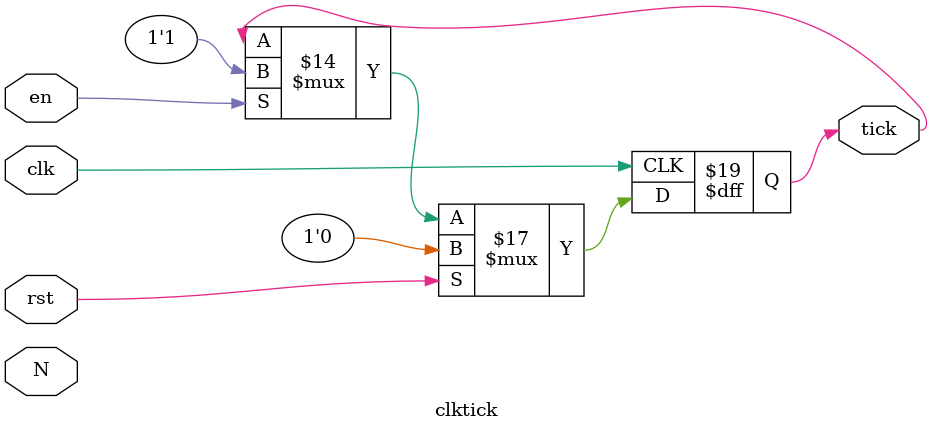
<source format=sv>
module clktick #(
    parameter WIDTH = 16
)(
    //interface signals
    input logic             clk,
    input logic             rst,
    input logic             en,
    input logic [WIDTH-1:0] N,
    output logic            tick
);

logic   [WIDTH-1:0] count;

always_ff @(posedge clk)
    if(rst) begin
        tick <= 1'b0;
        count <= N;
    end
    else if(en) begin
        if (count == 0) begin
            tick <= 1'b1;
            count <= N;
        end
        else begin
            tick <= 1'b1;
            count <= count -1'b1;
        end
    end

endmodule

</source>
